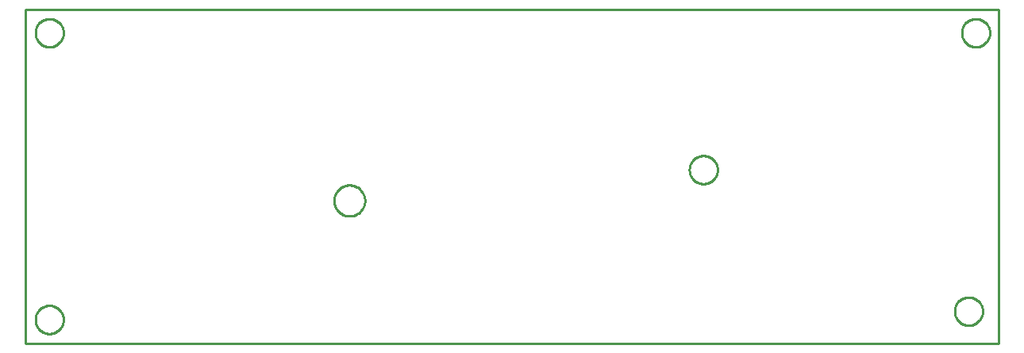
<source format=gbr>
G04 EAGLE Gerber RS-274X export*
G75*
%MOMM*%
%FSLAX34Y34*%
%LPD*%
%IN*%
%IPPOS*%
%AMOC8*
5,1,8,0,0,1.08239X$1,22.5*%
G01*
%ADD10C,0.254000*%


D10*
X0Y0D02*
X1038100Y0D01*
X1038100Y356770D01*
X0Y356770D01*
X0Y0D01*
X40400Y330934D02*
X40324Y329866D01*
X40171Y328805D01*
X39943Y327758D01*
X39641Y326730D01*
X39267Y325726D01*
X38822Y324751D01*
X38308Y323811D01*
X37729Y322910D01*
X37087Y322052D01*
X36385Y321242D01*
X35628Y320485D01*
X34818Y319783D01*
X33960Y319141D01*
X33059Y318562D01*
X32119Y318048D01*
X31144Y317603D01*
X30140Y317229D01*
X29112Y316927D01*
X28065Y316699D01*
X27004Y316546D01*
X25936Y316470D01*
X24864Y316470D01*
X23796Y316546D01*
X22735Y316699D01*
X21688Y316927D01*
X20660Y317229D01*
X19656Y317603D01*
X18681Y318048D01*
X17741Y318562D01*
X16840Y319141D01*
X15982Y319783D01*
X15172Y320485D01*
X14415Y321242D01*
X13713Y322052D01*
X13071Y322910D01*
X12492Y323811D01*
X11978Y324751D01*
X11533Y325726D01*
X11159Y326730D01*
X10857Y327758D01*
X10629Y328805D01*
X10476Y329866D01*
X10400Y330934D01*
X10400Y332006D01*
X10476Y333074D01*
X10629Y334135D01*
X10857Y335182D01*
X11159Y336210D01*
X11533Y337214D01*
X11978Y338189D01*
X12492Y339129D01*
X13071Y340030D01*
X13713Y340888D01*
X14415Y341698D01*
X15172Y342455D01*
X15982Y343157D01*
X16840Y343799D01*
X17741Y344378D01*
X18681Y344892D01*
X19656Y345337D01*
X20660Y345711D01*
X21688Y346013D01*
X22735Y346241D01*
X23796Y346394D01*
X24864Y346470D01*
X25936Y346470D01*
X27004Y346394D01*
X28065Y346241D01*
X29112Y346013D01*
X30140Y345711D01*
X31144Y345337D01*
X32119Y344892D01*
X33059Y344378D01*
X33960Y343799D01*
X34818Y343157D01*
X35628Y342455D01*
X36385Y341698D01*
X37087Y340888D01*
X37729Y340030D01*
X38308Y339129D01*
X38822Y338189D01*
X39267Y337214D01*
X39641Y336210D01*
X39943Y335182D01*
X40171Y334135D01*
X40324Y333074D01*
X40400Y332006D01*
X40400Y330934D01*
X40400Y24864D02*
X40324Y23796D01*
X40171Y22735D01*
X39943Y21688D01*
X39641Y20660D01*
X39267Y19656D01*
X38822Y18681D01*
X38308Y17741D01*
X37729Y16840D01*
X37087Y15982D01*
X36385Y15172D01*
X35628Y14415D01*
X34818Y13713D01*
X33960Y13071D01*
X33059Y12492D01*
X32119Y11978D01*
X31144Y11533D01*
X30140Y11159D01*
X29112Y10857D01*
X28065Y10629D01*
X27004Y10476D01*
X25936Y10400D01*
X24864Y10400D01*
X23796Y10476D01*
X22735Y10629D01*
X21688Y10857D01*
X20660Y11159D01*
X19656Y11533D01*
X18681Y11978D01*
X17741Y12492D01*
X16840Y13071D01*
X15982Y13713D01*
X15172Y14415D01*
X14415Y15172D01*
X13713Y15982D01*
X13071Y16840D01*
X12492Y17741D01*
X11978Y18681D01*
X11533Y19656D01*
X11159Y20660D01*
X10857Y21688D01*
X10629Y22735D01*
X10476Y23796D01*
X10400Y24864D01*
X10400Y25936D01*
X10476Y27004D01*
X10629Y28065D01*
X10857Y29112D01*
X11159Y30140D01*
X11533Y31144D01*
X11978Y32119D01*
X12492Y33059D01*
X13071Y33960D01*
X13713Y34818D01*
X14415Y35628D01*
X15172Y36385D01*
X15982Y37087D01*
X16840Y37729D01*
X17741Y38308D01*
X18681Y38822D01*
X19656Y39267D01*
X20660Y39641D01*
X21688Y39943D01*
X22735Y40171D01*
X23796Y40324D01*
X24864Y40400D01*
X25936Y40400D01*
X27004Y40324D01*
X28065Y40171D01*
X29112Y39943D01*
X30140Y39641D01*
X31144Y39267D01*
X32119Y38822D01*
X33059Y38308D01*
X33960Y37729D01*
X34818Y37087D01*
X35628Y36385D01*
X36385Y35628D01*
X37087Y34818D01*
X37729Y33960D01*
X38308Y33059D01*
X38822Y32119D01*
X39267Y31144D01*
X39641Y30140D01*
X39943Y29112D01*
X40171Y28065D01*
X40324Y27004D01*
X40400Y25936D01*
X40400Y24864D01*
X1028460Y330934D02*
X1028384Y329866D01*
X1028231Y328805D01*
X1028003Y327758D01*
X1027701Y326730D01*
X1027327Y325726D01*
X1026882Y324751D01*
X1026368Y323811D01*
X1025789Y322910D01*
X1025147Y322052D01*
X1024445Y321242D01*
X1023688Y320485D01*
X1022878Y319783D01*
X1022020Y319141D01*
X1021119Y318562D01*
X1020179Y318048D01*
X1019204Y317603D01*
X1018200Y317229D01*
X1017172Y316927D01*
X1016125Y316699D01*
X1015064Y316546D01*
X1013996Y316470D01*
X1012924Y316470D01*
X1011856Y316546D01*
X1010795Y316699D01*
X1009748Y316927D01*
X1008720Y317229D01*
X1007716Y317603D01*
X1006741Y318048D01*
X1005801Y318562D01*
X1004900Y319141D01*
X1004042Y319783D01*
X1003232Y320485D01*
X1002475Y321242D01*
X1001773Y322052D01*
X1001131Y322910D01*
X1000552Y323811D01*
X1000038Y324751D01*
X999593Y325726D01*
X999219Y326730D01*
X998917Y327758D01*
X998689Y328805D01*
X998536Y329866D01*
X998460Y330934D01*
X998460Y332006D01*
X998536Y333074D01*
X998689Y334135D01*
X998917Y335182D01*
X999219Y336210D01*
X999593Y337214D01*
X1000038Y338189D01*
X1000552Y339129D01*
X1001131Y340030D01*
X1001773Y340888D01*
X1002475Y341698D01*
X1003232Y342455D01*
X1004042Y343157D01*
X1004900Y343799D01*
X1005801Y344378D01*
X1006741Y344892D01*
X1007716Y345337D01*
X1008720Y345711D01*
X1009748Y346013D01*
X1010795Y346241D01*
X1011856Y346394D01*
X1012924Y346470D01*
X1013996Y346470D01*
X1015064Y346394D01*
X1016125Y346241D01*
X1017172Y346013D01*
X1018200Y345711D01*
X1019204Y345337D01*
X1020179Y344892D01*
X1021119Y344378D01*
X1022020Y343799D01*
X1022878Y343157D01*
X1023688Y342455D01*
X1024445Y341698D01*
X1025147Y340888D01*
X1025789Y340030D01*
X1026368Y339129D01*
X1026882Y338189D01*
X1027327Y337214D01*
X1027701Y336210D01*
X1028003Y335182D01*
X1028231Y334135D01*
X1028384Y333074D01*
X1028460Y332006D01*
X1028460Y330934D01*
X1020840Y33754D02*
X1020764Y32686D01*
X1020611Y31625D01*
X1020383Y30578D01*
X1020081Y29550D01*
X1019707Y28546D01*
X1019262Y27571D01*
X1018748Y26631D01*
X1018169Y25730D01*
X1017527Y24872D01*
X1016825Y24062D01*
X1016068Y23305D01*
X1015258Y22603D01*
X1014400Y21961D01*
X1013499Y21382D01*
X1012559Y20868D01*
X1011584Y20423D01*
X1010580Y20049D01*
X1009552Y19747D01*
X1008505Y19519D01*
X1007444Y19366D01*
X1006376Y19290D01*
X1005304Y19290D01*
X1004236Y19366D01*
X1003175Y19519D01*
X1002128Y19747D01*
X1001100Y20049D01*
X1000096Y20423D01*
X999121Y20868D01*
X998181Y21382D01*
X997280Y21961D01*
X996422Y22603D01*
X995612Y23305D01*
X994855Y24062D01*
X994153Y24872D01*
X993511Y25730D01*
X992932Y26631D01*
X992418Y27571D01*
X991973Y28546D01*
X991599Y29550D01*
X991297Y30578D01*
X991069Y31625D01*
X990916Y32686D01*
X990840Y33754D01*
X990840Y34826D01*
X990916Y35894D01*
X991069Y36955D01*
X991297Y38002D01*
X991599Y39030D01*
X991973Y40034D01*
X992418Y41009D01*
X992932Y41949D01*
X993511Y42850D01*
X994153Y43708D01*
X994855Y44518D01*
X995612Y45275D01*
X996422Y45977D01*
X997280Y46619D01*
X998181Y47198D01*
X999121Y47712D01*
X1000096Y48157D01*
X1001100Y48531D01*
X1002128Y48833D01*
X1003175Y49061D01*
X1004236Y49214D01*
X1005304Y49290D01*
X1006376Y49290D01*
X1007444Y49214D01*
X1008505Y49061D01*
X1009552Y48833D01*
X1010580Y48531D01*
X1011584Y48157D01*
X1012559Y47712D01*
X1013499Y47198D01*
X1014400Y46619D01*
X1015258Y45977D01*
X1016068Y45275D01*
X1016825Y44518D01*
X1017527Y43708D01*
X1018169Y42850D01*
X1018748Y41949D01*
X1019262Y41009D01*
X1019707Y40034D01*
X1020081Y39030D01*
X1020383Y38002D01*
X1020611Y36955D01*
X1020764Y35894D01*
X1020840Y34826D01*
X1020840Y33754D01*
X345980Y135890D02*
X347059Y135961D01*
X348131Y136102D01*
X349191Y136313D01*
X350235Y136592D01*
X351259Y136940D01*
X352257Y137354D01*
X353227Y137832D01*
X354163Y138372D01*
X355062Y138973D01*
X355919Y139631D01*
X356732Y140344D01*
X357497Y141108D01*
X358209Y141921D01*
X358867Y142778D01*
X359468Y143677D01*
X360008Y144613D01*
X360486Y145583D01*
X360900Y146581D01*
X361248Y147605D01*
X361527Y148649D01*
X361738Y149709D01*
X361879Y150781D01*
X361950Y151860D01*
X361950Y152940D01*
X361879Y154019D01*
X361738Y155091D01*
X361527Y156151D01*
X361248Y157195D01*
X360900Y158219D01*
X360486Y159217D01*
X360008Y160187D01*
X359468Y161123D01*
X358867Y162022D01*
X358209Y162879D01*
X357497Y163692D01*
X356732Y164457D01*
X355919Y165169D01*
X355062Y165827D01*
X354163Y166428D01*
X353227Y166968D01*
X352257Y167446D01*
X351259Y167860D01*
X350235Y168208D01*
X349191Y168487D01*
X348131Y168698D01*
X347059Y168839D01*
X345980Y168910D01*
X344900Y168910D01*
X343821Y168839D01*
X342749Y168698D01*
X341689Y168487D01*
X340645Y168208D01*
X339621Y167860D01*
X338623Y167446D01*
X337653Y166968D01*
X336717Y166428D01*
X335818Y165827D01*
X334961Y165169D01*
X334148Y164457D01*
X333384Y163692D01*
X332671Y162879D01*
X332013Y162022D01*
X331412Y161123D01*
X330872Y160187D01*
X330394Y159217D01*
X329980Y158219D01*
X329632Y157195D01*
X329353Y156151D01*
X329142Y155091D01*
X329001Y154019D01*
X328930Y152940D01*
X328930Y151860D01*
X329001Y150781D01*
X329142Y149709D01*
X329353Y148649D01*
X329632Y147605D01*
X329980Y146581D01*
X330394Y145583D01*
X330872Y144613D01*
X331412Y143677D01*
X332013Y142778D01*
X332671Y141921D01*
X333384Y141108D01*
X334148Y140344D01*
X334961Y139631D01*
X335818Y138973D01*
X336717Y138372D01*
X337653Y137832D01*
X338623Y137354D01*
X339621Y136940D01*
X340645Y136592D01*
X341689Y136313D01*
X342749Y136102D01*
X343821Y135961D01*
X344900Y135890D01*
X345980Y135890D01*
X723556Y200340D02*
X724624Y200264D01*
X725685Y200111D01*
X726732Y199883D01*
X727760Y199581D01*
X728764Y199207D01*
X729739Y198762D01*
X730679Y198248D01*
X731580Y197669D01*
X732438Y197027D01*
X733248Y196325D01*
X734005Y195568D01*
X734707Y194758D01*
X735349Y193900D01*
X735928Y192999D01*
X736442Y192059D01*
X736887Y191084D01*
X737261Y190080D01*
X737563Y189052D01*
X737791Y188005D01*
X737944Y186944D01*
X738020Y185876D01*
X738020Y184804D01*
X737944Y183736D01*
X737791Y182675D01*
X737563Y181628D01*
X737261Y180600D01*
X736887Y179596D01*
X736442Y178621D01*
X735928Y177681D01*
X735349Y176780D01*
X734707Y175922D01*
X734005Y175112D01*
X733248Y174355D01*
X732438Y173653D01*
X731580Y173011D01*
X730679Y172432D01*
X729739Y171918D01*
X728764Y171473D01*
X727760Y171099D01*
X726732Y170797D01*
X725685Y170569D01*
X724624Y170416D01*
X723556Y170340D01*
X722484Y170340D01*
X721416Y170416D01*
X720355Y170569D01*
X719308Y170797D01*
X718280Y171099D01*
X717276Y171473D01*
X716301Y171918D01*
X715361Y172432D01*
X714460Y173011D01*
X713602Y173653D01*
X712792Y174355D01*
X712035Y175112D01*
X711333Y175922D01*
X710691Y176780D01*
X710112Y177681D01*
X709598Y178621D01*
X709153Y179596D01*
X708779Y180600D01*
X708477Y181628D01*
X708249Y182675D01*
X708096Y183736D01*
X708020Y184804D01*
X708020Y185876D01*
X708096Y186944D01*
X708249Y188005D01*
X708477Y189052D01*
X708779Y190080D01*
X709153Y191084D01*
X709598Y192059D01*
X710112Y192999D01*
X710691Y193900D01*
X711333Y194758D01*
X712035Y195568D01*
X712792Y196325D01*
X713602Y197027D01*
X714460Y197669D01*
X715361Y198248D01*
X716301Y198762D01*
X717276Y199207D01*
X718280Y199581D01*
X719308Y199883D01*
X720355Y200111D01*
X721416Y200264D01*
X722484Y200340D01*
X723556Y200340D01*
M02*

</source>
